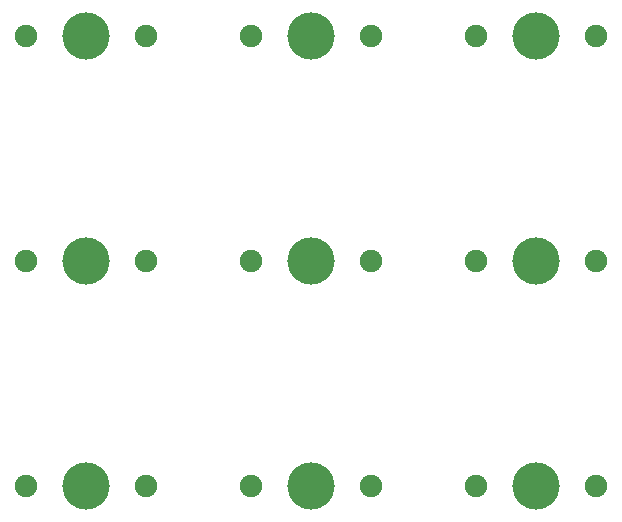
<source format=gbr>
%TF.GenerationSoftware,KiCad,Pcbnew,(6.0.1)*%
%TF.CreationDate,2022-06-19T22:09:19+09:00*%
%TF.ProjectId,reverse-mount-led-keboard,72657665-7273-4652-9d6d-6f756e742d6c,rev?*%
%TF.SameCoordinates,Original*%
%TF.FileFunction,Soldermask,Top*%
%TF.FilePolarity,Negative*%
%FSLAX46Y46*%
G04 Gerber Fmt 4.6, Leading zero omitted, Abs format (unit mm)*
G04 Created by KiCad (PCBNEW (6.0.1)) date 2022-06-19 22:09:19*
%MOMM*%
%LPD*%
G01*
G04 APERTURE LIST*
%ADD10C,1.900000*%
%ADD11C,4.000000*%
G04 APERTURE END LIST*
D10*
%TO.C,SW8*%
X-721677000Y573405000D03*
D11*
X-726757000Y573405000D03*
D10*
X-731837000Y573405000D03*
%TD*%
%TO.C,SW7*%
X-750887000Y573405000D03*
D11*
X-745807000Y573405000D03*
D10*
X-740727000Y573405000D03*
%TD*%
%TO.C,SW3*%
X-702627000Y611505000D03*
X-712787000Y611505000D03*
D11*
X-707707000Y611505000D03*
%TD*%
D10*
%TO.C,SW2*%
X-731837000Y611505000D03*
D11*
X-726757000Y611505000D03*
D10*
X-721677000Y611505000D03*
%TD*%
%TO.C,SW5*%
X-731837000Y592455000D03*
D11*
X-726757000Y592455000D03*
D10*
X-721677000Y592455000D03*
%TD*%
%TO.C,SW4*%
X-740727000Y592455000D03*
X-750887000Y592455000D03*
D11*
X-745807000Y592455000D03*
%TD*%
%TO.C,SW6*%
X-707707000Y592455000D03*
D10*
X-712787000Y592455000D03*
X-702627000Y592455000D03*
%TD*%
%TO.C,SW1*%
X-740727000Y611505000D03*
X-750887000Y611505000D03*
D11*
X-745807000Y611505000D03*
%TD*%
D10*
%TO.C,SW9*%
X-702627000Y573405000D03*
D11*
X-707707000Y573405000D03*
D10*
X-712787000Y573405000D03*
%TD*%
M02*

</source>
